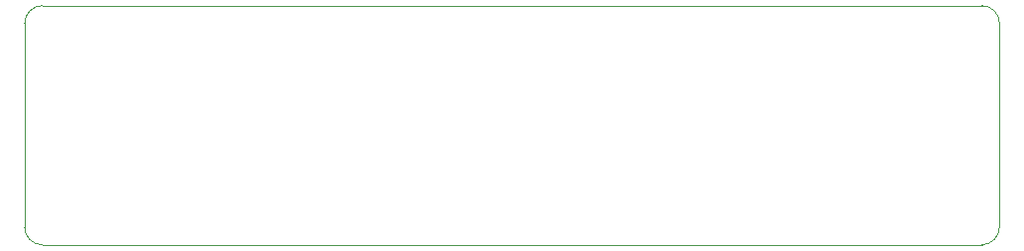
<source format=gbr>
%TF.GenerationSoftware,KiCad,Pcbnew,8.0.4*%
%TF.CreationDate,2024-11-07T09:22:51-08:00*%
%TF.ProjectId,hadron_io_breakouts,68616472-6f6e-45f6-996f-5f627265616b,rev?*%
%TF.SameCoordinates,Original*%
%TF.FileFunction,Profile,NP*%
%FSLAX46Y46*%
G04 Gerber Fmt 4.6, Leading zero omitted, Abs format (unit mm)*
G04 Created by KiCad (PCBNEW 8.0.4) date 2024-11-07 09:22:51*
%MOMM*%
%LPD*%
G01*
G04 APERTURE LIST*
%TA.AperFunction,Profile*%
%ADD10C,0.050000*%
%TD*%
G04 APERTURE END LIST*
D10*
X21150000Y-21100000D02*
G75*
G02*
X22650000Y-19600000I1500000J0D01*
G01*
X104325000Y-38500000D02*
G75*
G02*
X102825000Y-40000000I-1500000J0D01*
G01*
X21150000Y-38500000D02*
X21150000Y-21100000D01*
X102825000Y-40000000D02*
X22650000Y-40000000D01*
X22650000Y-19600000D02*
X102825000Y-19600000D01*
X22650000Y-40000000D02*
G75*
G02*
X21150000Y-38500000I0J1500000D01*
G01*
X104325000Y-21100000D02*
X104325000Y-38500000D01*
X102825000Y-19600000D02*
G75*
G02*
X104325000Y-21100000I0J-1500000D01*
G01*
M02*

</source>
